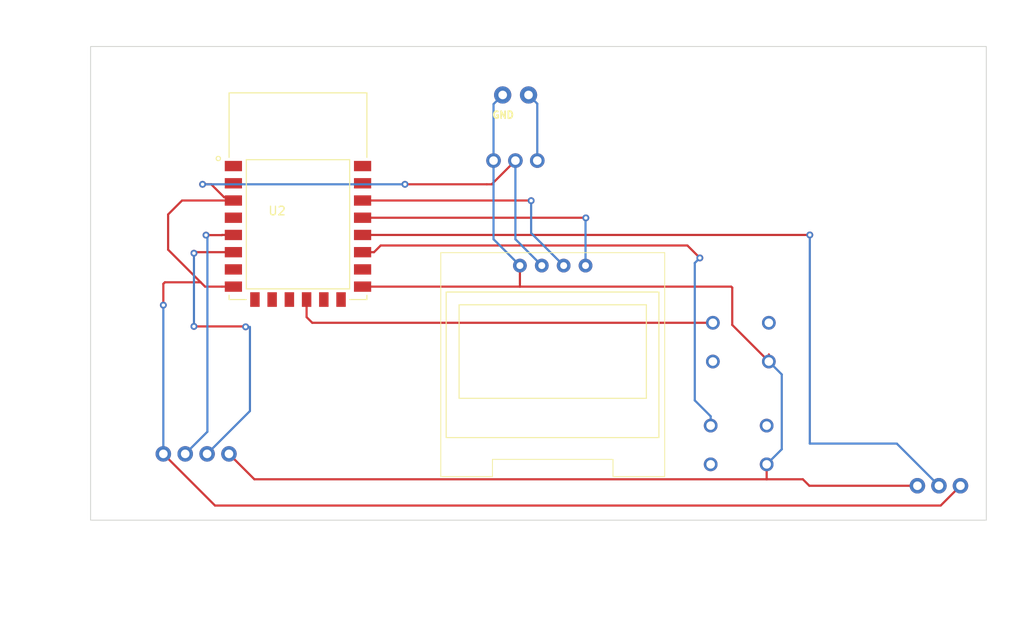
<source format=kicad_pcb>
(kicad_pcb (version 20221018) (generator pcbnew)
  (layers (0 "F.Cu" signal "L1") (1 "In1.Cu" power "L2, GND") (2 "In2.Cu" power "L3, PWR") (31 "B.Cu" signal "L4") (34 "B.Paste" user) (35 "F.Paste" user) (36 "B.SilkS" user "B.Silkscreen") (37 "F.SilkS" user "F.Silkscreen") (38 "B.Mask" user) (39 "F.Mask" user) (44 "Edge.Cuts" user))
  (net 0 "")
  (net 1 "Net-(J1-Pin_1)")
  (net 2 "Net-(U2-IO0)")
  (net 5 "Net-(U2-IO10)")
  (net 7 "Net-(U2-IO2)")
  (net 8 "Net-(U1-TRIG)")
  (net 11 "Net-(U1-ECHO)")
  (net 12 "Net-(U2-IO4)")
  (net 13 "Net-(U2-IO5)")
  (net 25 "Net-(J1-Pin_2)")
  (net 26 "Net-(J1-Pin_3)")
  (footprint "Pot_uus:Potentiometer_Alps_RK09Y11_Single_Horizontal" (layer "F.Cu") (at 211 101 90)
    (fp_text reference "RV1")
    (fp_text value "pot")
    (pad "1" thru_hole circle (at 0 0 270) (size 1.8 1.8) (drill 1) (layers "*.Cu" "*.Mask") (net 26 "Net-(J1-Pin_3)"))
    (pad "2" thru_hole circle (at 0 2.5 270) (size 1.8 1.8) (drill 1) (layers "*.Cu" "*.Mask") (net 2 "Net-(U2-IO0)"))
    (pad "3" thru_hole circle (at 0 5 270) (size 1.8 1.8) (drill 1) (layers "*.Cu" "*.Mask") (net 25 "Net-(J1-Pin_2)"))
  )
  (footprint "ams:ams_oma" (layer "F.Cu") (at 166.863 63.246 -90)
    (fp_text reference "J1")
    (fp_text value "AMS1117")
    (pad "1" thru_hole oval (at 0 0 270) (size 1.7 1.7) (drill 1) (layers "*.Cu" "*.Mask") (net 1 "Net-(J1-Pin_1)"))
    (pad "2" thru_hole oval (at 0 2.54 270) (size 1.7 1.7) (drill 1) (layers "*.Cu" "*.Mask") (net 25 "Net-(J1-Pin_2)"))
    (pad "3" thru_hole oval (at 0 5.08 270) (size 1.7 1.7) (drill 1) (layers "*.Cu" "*.Mask") (net 26 "Net-(J1-Pin_3)"))
  )
  (footprint "Pushbutton:SW_TS02-66-43-BK-100-SCR-D" (layer "F.Cu") (at 190.5 84.328)
    (fp_text reference "S1")
    (fp_text value "TS02-66-43-BK-100-SCR-D" hide)
    (pad "1" thru_hole circle (at -3.25 -2.25) (size 1.6 1.6) (drill 1) (layers "*.Cu" "*.Mask") (net 5 "Net-(U2-IO10)"))
    (pad "2" thru_hole circle (at 3.25 -2.25) (size 1.6 1.6) (drill 1) (layers "*.Cu" "*.Mask"))
    (pad "3" thru_hole circle (at -3.25 2.25) (size 1.6 1.6) (drill 1) (layers "*.Cu" "*.Mask"))
    (pad "4" thru_hole circle (at 3.25 2.25) (size 1.6 1.6) (drill 1) (layers "*.Cu" "*.Mask") (net 26 "Net-(J1-Pin_3)"))
  )
  (footprint "ESP-12E:XCVR_ESP8266-12E_ESP-12E" (layer "F.Cu") (at 139.0783 70.8805)
    (fp_text reference "U2" (at -2.42625 -1.7925) (layer "F.SilkS") (effects (font (size 1.000772 1.000772))))
    (fp_text value "ESP8266-12E_ESP-12E")
    (fp_line (start -8 -15.5) (end 8 -15.5) (stroke (width 0.127)) (layer "F.SilkS"))
    (fp_line (start -8 -8) (end -8 -15.5) (stroke (width 0.127)) (layer "F.SilkS"))
    (fp_line (start -8 8) (end -8 8.5) (stroke (width 0.127)) (layer "F.SilkS"))
    (fp_line (start -8 8.5) (end -6 8.5) (stroke (width 0.127)) (layer "F.SilkS"))
    (fp_line (start -6 -7.74) (end 6 -7.74) (stroke (width 0.127)) (layer "F.SilkS"))
    (fp_line (start -6 7.26) (end -6 -7.74) (stroke (width 0.127)) (layer "F.SilkS"))
    (fp_line (start 6 -7.74) (end 6 7.26) (stroke (width 0.127)) (layer "F.SilkS"))
    (fp_line (start 6 7.26) (end -6 7.26) (stroke (width 0.127)) (layer "F.SilkS"))
    (fp_line (start 8 -15.5) (end 8 -8) (stroke (width 0.127)) (layer "F.SilkS"))
    (fp_line (start 8 8) (end 8 8.5) (stroke (width 0.127)) (layer "F.SilkS"))
    (fp_line (start 8 8.5) (end 6 8.5) (stroke (width 0.127)) (layer "F.SilkS"))
    (fp_circle (center -9.25 -7.875) (end -9 -7.875) (stroke (width 0.127)) (fill none) (layer "F.SilkS"))
    (pad "1" smd rect (at -7.5 -7) (size 2 1.2) (layers "F.Cu" "F.Paste" "F.Mask"))
    (pad "2" smd rect (at -7.5 -5) (size 2 1.2) (layers "F.Cu" "F.Paste" "F.Mask"))
    (pad "3" smd rect (at -7.5 -3) (size 2 1.2) (layers "F.Cu" "F.Paste" "F.Mask") (net 25 "Net-(J1-Pin_2)"))
    (pad "4" smd rect (at -7.5 -1) (size 2 1.2) (layers "F.Cu" "F.Paste" "F.Mask"))
    (pad "5" smd rect (at -7.5 1) (size 2 1.2) (layers "F.Cu" "F.Paste" "F.Mask") (net 8 "Net-(U1-TRIG)"))
    (pad "6" smd rect (at -7.5 3) (size 2 1.2) (layers "F.Cu" "F.Paste" "F.Mask") (net 11 "Net-(U1-ECHO)"))
    (pad "7" smd rect (at -7.5 5) (size 2 1.2) (layers "F.Cu" "F.Paste" "F.Mask"))
    (pad "8" smd rect (at -7.5 7) (size 2 1.2) (layers "F.Cu" "F.Paste" "F.Mask") (net 25 "Net-(J1-Pin_2)"))
    (pad "9" smd rect (at -5 8.5) (size 1.1 1.7) (layers "F.Cu" "F.Paste" "F.Mask"))
    (pad "10" smd rect (at -3 8.5) (size 1.1 1.7) (layers "F.Cu" "F.Paste" "F.Mask"))
    (pad "11" smd rect (at -1 8.5) (size 1.1 1.7) (layers "F.Cu" "F.Paste" "F.Mask"))
    (pad "12" smd rect (at 1 8.5) (size 1.1 1.7) (layers "F.Cu" "F.Paste" "F.Mask") (net 5 "Net-(U2-IO10)"))
    (pad "13" smd rect (at 3 8.5) (size 1.1 1.7) (layers "F.Cu" "F.Paste" "F.Mask"))
    (pad "14" smd rect (at 5 8.5) (size 1.1 1.7) (layers "F.Cu" "F.Paste" "F.Mask"))
    (pad "15" smd rect (at 7.5 7) (size 2 1.2) (layers "F.Cu" "F.Paste" "F.Mask") (net 26 "Net-(J1-Pin_3)"))
    (pad "16" smd rect (at 7.5 5) (size 2 1.2) (layers "F.Cu" "F.Paste" "F.Mask"))
    (pad "17" smd rect (at 7.5 3) (size 2 1.2) (layers "F.Cu" "F.Paste" "F.Mask") (net 7 "Net-(U2-IO2)"))
    (pad "18" smd rect (at 7.5 1) (size 2 1.2) (layers "F.Cu" "F.Paste" "F.Mask") (net 2 "Net-(U2-IO0)"))
    (pad "19" smd rect (at 7.5 -1) (size 2 1.2) (layers "F.Cu" "F.Paste" "F.Mask") (net 12 "Net-(U2-IO4)"))
    (pad "20" smd rect (at 7.5 -3) (size 2 1.2) (layers "F.Cu" "F.Paste" "F.Mask") (net 13 "Net-(U2-IO5)"))
    (pad "21" smd rect (at 7.5 -5) (size 2 1.2) (layers "F.Cu" "F.Paste" "F.Mask"))
    (pad "22" smd rect (at 7.5 -7) (size 2 1.2) (layers "F.Cu" "F.Paste" "F.Mask"))
  )
  (footprint "SSD1306:SSD1306" (layer "F.Cu") (at 155.656 99.938)
    (fp_text reference "U3" hide)
    (fp_text value "~")
    (fp_line (start 0 -26) (end 0 0) (stroke (width 0.1)) (layer "F.SilkS"))
    (fp_line (start 0 0) (end 6 0) (stroke (width 0.1)) (layer "F.SilkS"))
    (fp_line (start 0.63 -21.43) (end 0.63 -4.53) (stroke (width 0.12)) (layer "F.SilkS"))
    (fp_line (start 0.63 -4.53) (end 25.33 -4.53) (stroke (width 0.12)) (layer "F.SilkS"))
    (fp_line (start 2.13 -19.95) (end 2.13 -9.09) (stroke (width 0.12)) (layer "F.SilkS"))
    (fp_line (start 2.13 -9.09) (end 23.87 -9.09) (stroke (width 0.12)) (layer "F.SilkS"))
    (fp_line (start 6 -2) (end 20 -2) (stroke (width 0.1)) (layer "F.SilkS"))
    (fp_line (start 6 0) (end 6 -2) (stroke (width 0.1)) (layer "F.SilkS"))
    (fp_line (start 20 -2) (end 20 0) (stroke (width 0.1)) (layer "F.SilkS"))
    (fp_line (start 20 0) (end 26 0) (stroke (width 0.1)) (layer "F.SilkS"))
    (fp_line (start 23.87 -19.95) (end 2.13 -19.95) (stroke (width 0.12)) (layer "F.SilkS"))
    (fp_line (start 23.87 -9.09) (end 23.87 -19.95) (stroke (width 0.12)) (layer "F.SilkS"))
    (fp_line (start 25.33 -21.43) (end 0.63 -21.43) (stroke (width 0.12)) (layer "F.SilkS"))
    (fp_line (start 25.33 -4.53) (end 25.33 -21.43) (stroke (width 0.12)) (layer "F.SilkS"))
    (fp_line (start 26 -26) (end 0 -26) (stroke (width 0.1)) (layer "F.SilkS"))
    (fp_line (start 26 0) (end 26 -26) (stroke (width 0.1)) (layer "F.SilkS"))
    (pad "1" thru_hole circle (at 9.19 -24.5) (size 1.6 1.6) (drill 0.8) (layers "*.Cu" "*.Mask") (net 26 "Net-(J1-Pin_3)"))
    (pad "2" thru_hole circle (at 11.73 -24.5) (size 1.6 1.6) (drill 0.8) (layers "*.Cu" "*.Mask") (net 25 "Net-(J1-Pin_2)"))
    (pad "3" thru_hole circle (at 14.27 -24.5) (size 1.6 1.6) (drill 0.8) (layers "*.Cu" "*.Mask") (net 13 "Net-(U2-IO5)"))
    (pad "4" thru_hole circle (at 16.81 -24.5) (size 1.6 1.6) (drill 0.8) (layers "*.Cu" "*.Mask") (net 12 "Net-(U2-IO4)"))
  )
  (footprint "Pushbutton:SW_TS02-66-43-BK-100-SCR-D" (layer "F.Cu") (at 190.246 96.266)
    (fp_text reference "S2")
    (fp_text value "TS02-66-43-BK-100-SCR-D" hide)
    (pad "1" thru_hole circle (at -3.25 -2.25) (size 1.6 1.6) (drill 1) (layers "*.Cu" "*.Mask") (net 7 "Net-(U2-IO2)"))
    (pad "2" thru_hole circle (at 3.25 -2.25) (size 1.6 1.6) (drill 1) (layers "*.Cu" "*.Mask"))
    (pad "3" thru_hole circle (at -3.25 2.25) (size 1.6 1.6) (drill 1) (layers "*.Cu" "*.Mask"))
    (pad "4" thru_hole circle (at 3.25 2.25) (size 1.6 1.6) (drill 1) (layers "*.Cu" "*.Mask") (net 26 "Net-(J1-Pin_3)"))
  )
  (footprint "USB_pwr:USB_pwr" (layer "F.Cu") (at 165.847 55.626 180)
    (fp_text reference "J2" hide)
    (fp_text value "pwr")
    (pad "1" thru_hole circle (at 0 0 180) (size 2 2) (drill 1) (layers "*.Cu" "*.Mask") (net 1 "Net-(J1-Pin_1)"))
    (pad "2" thru_hole circle (at 3 0 180) (size 2 2) (drill 1) (layers "*.Cu" "*.Mask") (net 26 "Net-(J1-Pin_3)"))
  )
  (footprint "HC-SR04:XCVR_HC-SR04" (layer "F.Cu") (at 127.254 97.301)
    (fp_text reference "U1" hide)
    (fp_text value "HC-SR04" hide)
    (pad "1" thru_hole circle (at -3.81 0) (size 1.8 1.8) (drill 1) (layers "*.Cu" "*.Mask") (net 25 "Net-(J1-Pin_2)"))
    (pad "2" thru_hole circle (at -1.27 0) (size 1.8 1.8) (drill 1) (layers "*.Cu" "*.Mask") (net 8 "Net-(U1-TRIG)"))
    (pad "3" thru_hole circle (at 1.27 0) (size 1.8 1.8) (drill 1) (layers "*.Cu" "*.Mask") (net 11 "Net-(U1-ECHO)"))
    (pad "4" thru_hole circle (at 3.81 0) (size 1.8 1.8) (drill 1) (layers "*.Cu" "*.Mask") (net 26 "Net-(J1-Pin_3)"))
  )
  (gr_rect (start 115 50) (end 219 105) (stroke (width 0.1)) (fill none) (layer "Edge.Cuts"))
  (gr_text "GND\n" (at 161.544 58.42) (layer "F.SilkS") (effects (font (size 0.8 0.8) (thickness 0.2) bold) (justify left bottom)))
  (segment (start 166.863 56.642) (end 166.863 63.246) (width 0.25) (layer "B.Cu") (net 1))
  (segment (start 165.847 55.626) (end 166.863 56.642) (width 0.25) (layer "B.Cu") (net 1))
  (segment (start 146.5783 71.8805) (end 198.5062 71.8805) (width 0.25) (layer "F.Cu") (net 2))
  (via (at 198.5062 71.8805) (size 0.8) (drill 0.4) (layers "F.Cu" "B.Cu") (net 2))
  (segment (start 198.5062 96.1042) (end 208.6042 96.1042) (width 0.25) (layer "B.Cu") (net 2))
  (segment (start 208.6042 96.1042) (end 213.5 101) (width 0.25) (layer "B.Cu") (net 2))
  (segment (start 198.5062 71.8805) (end 198.5062 96.1042) (width 0.25) (layer "B.Cu") (net 2))
  (segment (start 140.7346 82.078) (end 187.25 82.078) (width 0.25) (layer "F.Cu") (net 5))
  (segment (start 140.0783 79.3805) (end 140.0783 81.4217) (width 0.25) (layer "F.Cu") (net 5))
  (segment (start 140.0783 81.4217) (end 140.7346 82.078) (width 0.25) (layer "F.Cu") (net 5))
  (segment (start 147.9052 73.8805) (end 146.5783 73.8805) (width 0.25) (layer "F.Cu") (net 7))
  (segment (start 185.7394 74.55) (end 184.2935 73.1041) (width 0.25) (layer "F.Cu") (net 7))
  (segment (start 148.6816 73.1041) (end 147.9052 73.8805) (width 0.25) (layer "F.Cu") (net 7))
  (segment (start 184.2935 73.1041) (end 148.6816 73.1041) (width 0.25) (layer "F.Cu") (net 7))
  (via (at 185.7394 74.55) (size 0.8) (drill 0.4) (layers "F.Cu" "B.Cu") (net 7))
  (segment (start 185.15 91.0891) (end 186.996 92.9351) (width 0.25) (layer "B.Cu") (net 7))
  (segment (start 186.996 92.9351) (end 186.996 94.016) (width 0.25) (layer "B.Cu") (net 7))
  (segment (start 185.7394 74.55) (end 185.15 75.1394) (width 0.25) (layer "B.Cu") (net 7))
  (segment (start 185.15 75.1394) (end 185.15 91.0891) (width 0.25) (layer "B.Cu") (net 7))
  (segment (start 130.2514 71.8805) (end 131.5783 71.8805) (width 0.25) (layer "F.Cu") (net 8))
  (segment (start 128.4 71.9) (end 130.2319 71.9) (width 0.25) (layer "F.Cu") (net 8))
  (segment (start 130.2319 71.9) (end 130.2514 71.8805) (width 0.25) (layer "F.Cu") (net 8))
  (via (at 128.4 71.9) (size 0.8) (drill 0.4) (layers "F.Cu" "B.Cu") (net 8))
  (segment (start 128.4 71.9) (end 128.5605 72.0605) (width 0.25) (layer "B.Cu") (net 8))
  (segment (start 128.5605 72.0605) (end 128.5605 94.7245) (width 0.25) (layer "B.Cu") (net 8))
  (segment (start 128.5605 94.7245) (end 125.984 97.301) (width 0.25) (layer "B.Cu") (net 8))
  (segment (start 131.5783 73.8805) (end 127.1195 73.8805) (width 0.25) (layer "F.Cu") (net 11))
  (segment (start 132.95 82.5) (end 133 82.55) (width 0.25) (layer "F.Cu") (net 11))
  (segment (start 127.1195 73.8805) (end 127 74) (width 0.25) (layer "F.Cu") (net 11))
  (segment (start 127 82.5) (end 132.95 82.5) (width 0.25) (layer "F.Cu") (net 11))
  (via (at 127 82.5) (size 0.8) (drill 0.4) (layers "F.Cu" "B.Cu") (net 11))
  (via (at 133 82.55) (size 0.8) (drill 0.4) (layers "F.Cu" "B.Cu") (net 11))
  (via (at 127 74) (size 0.8) (drill 0.4) (layers "F.Cu" "B.Cu") (net 11))
  (segment (start 127 74) (end 127 82.5) (width 0.25) (layer "B.Cu") (net 11))
  (segment (start 133.4997 92.3253) (end 128.524 97.301) (width 0.25) (layer "B.Cu") (net 11))
  (segment (start 133.4997 82.55) (end 133.4997 92.3253) (width 0.25) (layer "B.Cu") (net 11))
  (segment (start 172.416 69.8805) (end 172.5 69.9) (width 0.25) (layer "F.Cu") (net 12))
  (segment (start 172.455 69.8805) (end 172.4355 69.8805) (width 0.25) (layer "F.Cu") (net 12))
  (segment (start 172.5 69.9) (end 172.455 69.8805) (width 0.25) (layer "F.Cu") (net 12))
  (segment (start 146.5783 69.8805) (end 172.416 69.8805) (width 0.25) (layer "F.Cu") (net 12))
  (via (at 172.5 69.9) (size 0.8) (drill 0.4) (layers "F.Cu" "B.Cu") (net 12))
  (segment (start 172.466 69.934) (end 172.466 75.438) (width 0.25) (layer "B.Cu") (net 12))
  (segment (start 172.5 69.9) (end 172.466 69.934) (width 0.25) (layer "B.Cu") (net 12))
  (segment (start 166.1305 67.8805) (end 166.15 67.9) (width 0.25) (layer "F.Cu") (net 13))
  (segment (start 146.5783 67.8805) (end 166.1305 67.8805) (width 0.25) (layer "F.Cu") (net 13))
  (via (at 166.15 67.9) (size 0.8) (drill 0.4) (layers "F.Cu" "B.Cu") (net 13))
  (segment (start 166.15 71.662) (end 169.926 75.438) (width 0.25) (layer "B.Cu") (net 13))
  (segment (start 166.15 67.9) (end 166.15 71.662) (width 0.25) (layer "B.Cu") (net 13))
  (segment (start 125.6195 67.8805) (end 131.5783 67.8805) (width 0.25) (layer "F.Cu") (net 25))
  (segment (start 127.7856 77.3789) (end 124 73.5933) (width 0.25) (layer "F.Cu") (net 25))
  (segment (start 130.5 67.5) (end 131.1978 67.5) (width 0.25) (layer "F.Cu") (net 25))
  (segment (start 213.7 103.3) (end 216 101) (width 0.25) (layer "F.Cu") (net 25))
  (segment (start 131.5783 77.8805) (end 130.2514 77.8805) (width 0.25) (layer "F.Cu") (net 25))
  (segment (start 161 66) (end 151.5 66) (width 0.25) (layer "F.Cu") (net 25))
  (segment (start 124 69.5) (end 125.6195 67.8805) (width 0.25) (layer "F.Cu") (net 25))
  (segment (start 161.569 66) (end 161 66) (width 0.25) (layer "F.Cu") (net 25))
  (segment (start 128.2872 77.8805) (end 127.7856 77.3789) (width 0.25) (layer "F.Cu") (net 25))
  (segment (start 129.443 103.3) (end 213.7 103.3) (width 0.25) (layer "F.Cu") (net 25))
  (segment (start 164.323 63.246) (end 161.569 66) (width 0.25) (layer "F.Cu") (net 25))
  (segment (start 124 73.5933) (end 124 69.5) (width 0.25) (layer "F.Cu") (net 25))
  (segment (start 123.444 77.556) (end 123.6211 77.3789) (width 0.25) (layer "F.Cu") (net 25))
  (segment (start 123.444 80.0286) (end 123.444 77.556) (width 0.25) (layer "F.Cu") (net 25))
  (segment (start 128 66) (end 129 66) (width 0.25) (layer "F.Cu") (net 25))
  (segment (start 123.6211 77.3789) (end 127.7856 77.3789) (width 0.25) (layer "F.Cu") (net 25))
  (segment (start 129 66) (end 130.5 67.5) (width 0.25) (layer "F.Cu") (net 25))
  (segment (start 130.2514 77.8805) (end 128.2872 77.8805) (width 0.25) (layer "F.Cu") (net 25))
  (segment (start 131.1978 67.5) (end 131.5783 67.8805) (width 0.25) (layer "F.Cu") (net 25))
  (segment (start 123.444 97.301) (end 129.443 103.3) (width 0.25) (layer "F.Cu") (net 25))
  (via (at 151.5 66) (size 0.8) (drill 0.4) (layers "F.Cu" "B.Cu") (net 25))
  (via (at 128 66) (size 0.8) (drill 0.4) (layers "F.Cu" "B.Cu") (net 25))
  (via (at 123.444 80.0286) (size 0.8) (drill 0.4) (layers "F.Cu" "B.Cu") (net 25))
  (segment (start 123.444 97.301) (end 123.444 80.0286) (width 0.25) (layer "B.Cu") (net 25))
  (segment (start 151.5 66) (end 128 66) (width 0.25) (layer "B.Cu") (net 25))
  (segment (start 167.386 75.438) (end 164.323 72.375) (width 0.25) (layer "B.Cu") (net 25))
  (segment (start 164.323 72.375) (end 164.323 63.246) (width 0.25) (layer "B.Cu") (net 25))
  (segment (start 164.846 77.8805) (end 189.3805 77.8805) (width 0.25) (layer "F.Cu") (net 26))
  (segment (start 197.7 100.25) (end 198.45 101) (width 0.25) (layer "F.Cu") (net 26))
  (segment (start 193.75 85.75) (end 193.75 86.578) (width 0.25) (layer "F.Cu") (net 26))
  (segment (start 134.013 100.25) (end 193.5 100.25) (width 0.25) (layer "F.Cu") (net 26))
  (segment (start 189.5 78) (end 189.5 82.328) (width 0.25) (layer "F.Cu") (net 26))
  (segment (start 189.5 82.328) (end 193.75 86.578) (width 0.25) (layer "F.Cu") (net 26))
  (segment (start 193.496 98.516) (end 193.496 100.246) (width 0.25) (layer "F.Cu") (net 26))
  (segment (start 193.5 100.25) (end 197.7 100.25) (width 0.25) (layer "F.Cu") (net 26))
  (segment (start 193.496 100.246) (end 193.5 100.25) (width 0.25) (layer "F.Cu") (net 26))
  (segment (start 146.5783 77.8805) (end 164.846 77.8805) (width 0.25) (layer "F.Cu") (net 26))
  (segment (start 198.45 101) (end 211 101) (width 0.25) (layer "F.Cu") (net 26))
  (segment (start 189.3805 77.8805) (end 189.5 78) (width 0.25) (layer "F.Cu") (net 26))
  (segment (start 164.846 77.8805) (end 164.846 75.438) (width 0.25) (layer "F.Cu") (net 26))
  (segment (start 131.064 97.301) (end 134.013 100.25) (width 0.25) (layer "F.Cu") (net 26))
  (segment (start 161.783 56.69) (end 161.783 63.246) (width 0.25) (layer "B.Cu") (net 26))
  (segment (start 195.25 96.762) (end 193.496 98.516) (width 0.25) (layer "B.Cu") (net 26))
  (segment (start 195.25 88.078) (end 195.25 96.762) (width 0.25) (layer "B.Cu") (net 26))
  (segment (start 161.783 72.375) (end 161.783 63.246) (width 0.25) (layer "B.Cu") (net 26))
  (segment (start 164.846 75.438) (end 161.783 72.375) (width 0.25) (layer "B.Cu") (net 26))
  (segment (start 162.847 55.626) (end 161.783 56.69) (width 0.25) (layer "B.Cu") (net 26))
  (segment (start 193.75 86.578) (end 195.25 88.078) (width 0.25) (layer "B.Cu") (net 26))
)
</source>
